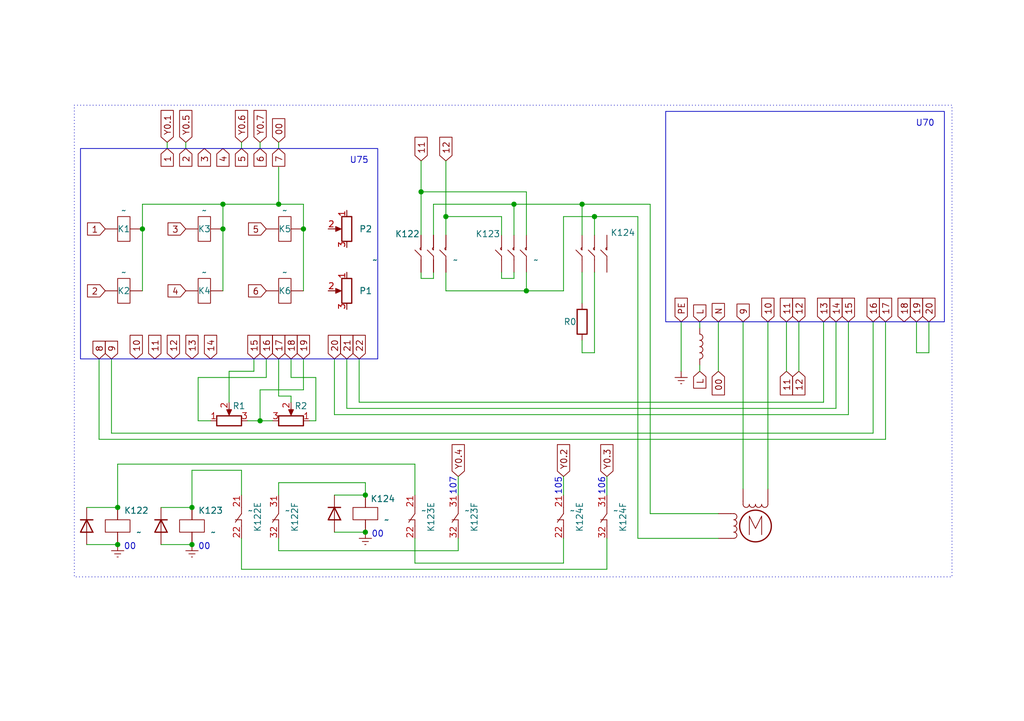
<source format=kicad_sch>
(kicad_sch (version 20231120) (generator "eeschema") (generator_version "8.0")
  (paper "A5")
  (title_block (title "Okoma") (date "08/2024") (rev "1.0"))
  (lib_symbols
    (symbol "001:K_Contact" (pin_names (offset 0))
      (property "Reference" "K" (at 0 0 0))
      (symbol "K_Contact_0_1"
        (polyline (pts (xy -2.54 -2.54) (xy -1.27 -2.54)))
        (polyline (pts (xy -1.27 -2.54) (xy 0.508 -1.27)))
        (polyline (pts (xy 1.27 -2.54) (xy 0 -2.54)))
      )
      (symbol "K_Contact_1_1"
        (pin bidirectional line (at -5.08 -2.54 0) (length 2.54) (name "") (number "1"))
        (pin bidirectional line (at 3.81 -2.54 180) (length 2.54) (name "") (number "2"))
      )
      (symbol "K_Contact_2_1"
        (pin bidirectional line (at -5.08 -2.54 0) (length 2.54) (name "") (number "3"))
        (pin bidirectional line (at 3.81 -2.54 180) (length 2.54) (name "") (number "4"))
      )
      (symbol "K_Contact_3_1"
        (pin bidirectional line (at -5.08 -2.54 0) (length 2.54) (name "") (number "5"))
        (pin bidirectional line (at 3.81 -2.54 180) (length 2.54) (name "") (number "6"))
      )
      (symbol "K_Contact_4_1"
        (pin bidirectional line (at -5.08 -2.54 0) (length 2.54) (name "") (number "13"))
        (pin bidirectional line (at 3.81 -2.54 180) (length 2.54) (name "") (number "14"))
      )
      (symbol "K_Contact_5_1"
        (polyline (pts (xy 0 -2.54) (xy 0 -1.27)))
        (pin bidirectional line (at -5.08 -2.54 0) (length 2.54) (name "") (number "21"))
        (pin bidirectional line (at 3.81 -2.54 180) (length 2.54) (name "") (number "22"))
      )
      (symbol "K_Contact_6_1"
        (polyline (pts (xy 0 -2.54) (xy 0 -1.27)))
        (pin bidirectional line (at -5.08 -2.54 0) (length 2.54) (name "") (number "31"))
        (pin bidirectional line (at 3.81 -2.54 180) (length 2.54) (name "") (number "32"))
      )
      (symbol "K_Contact_7_1"
        (pin bidirectional line (at -5.08 -2.54 0) (length 2.54) (name "") (number "43"))
        (pin bidirectional line (at 3.81 -2.54 180) (length 2.54) (name "") (number "44"))
      )
      (symbol "K_Contact_8_1"
        (pin bidirectional line (at -5.08 -2.54 0) (length 2.54) (name "") (number "23"))
        (pin bidirectional line (at 3.81 -2.54 180) (length 2.54) (name "") (number "24"))
      )
      (symbol "K_Contact_9_1"
        (pin bidirectional line (at -5.08 -2.54 0) (length 2.54) (name "") (number "33"))
        (pin bidirectional line (at 3.81 -2.54 180) (length 2.54) (name "") (number "34"))
      )
    )
    (symbol "001:K_Relay"
      (property "Reference" "K" (at 0 0 0))
      (symbol "K_Relay_0_1"
        (rectangle (start -2.54 1.27) (end 2.54 -1.27))
      )
      (symbol "K_Relay_1_1"
        (pin bidirectional line (at 0 -3.81 90) (length 2.54) (name "") (number ""))
        (pin bidirectional line (at 0 3.81 270) (length 2.54) (name "") (number ""))
      )
    )
    (symbol "Contactor_RST_1" (pin_numbers hide) (pin_names (offset 0) hide)
      (property "Reference" "KM" (at -7.62 0 0))
      (symbol "Contactor_RST_1_0_1"
        (arc (start -2.5389 1.2382) (mid -2.7622 1.016) (end -2.5389 0.7937))
        (polyline (pts (xy -2.54 -1.27) (xy -2.54 -0.508)))
        (polyline (pts (xy -2.54 -0.508) (xy -3.81 0.762)))
        (polyline (pts (xy -2.54 1.27) (xy -2.54 0.762)))
        (polyline (pts (xy 0 -1.27) (xy 0 -0.508)))
        (polyline (pts (xy 0 -0.508) (xy -1.27 0.762)))
        (polyline (pts (xy 0 1.27) (xy 0 0.762)))
        (polyline (pts (xy 2.54 -1.27) (xy 2.54 -0.508)))
        (polyline (pts (xy 2.54 -0.508) (xy 1.27 0.762)))
        (polyline (pts (xy 2.54 1.27) (xy 2.54 0.762)))
        (arc (start 0.0011 1.2382) (mid -0.2222 1.016) (end 0.0011 0.7937))
        (arc (start 2.5411 1.2382) (mid 2.3178 1.016) (end 2.5411 0.7937))
      )
      (symbol "Contactor_RST_1_1_1"
        (pin bidirectional line (at -2.54 3.81 270) (length 2.54) (name "") (number "1"))
        (pin bidirectional line (at 0 3.81 270) (length 2.54) (name "") (number "1"))
        (pin bidirectional line (at 2.54 3.81 270) (length 2.54) (name "") (number "1"))
        (pin bidirectional line (at -2.54 -3.81 90) (length 2.54) (name "") (number "2"))
        (pin bidirectional line (at 0 -3.81 90) (length 2.54) (name "") (number "2"))
        (pin bidirectional line (at 2.54 -3.81 90) (length 2.54) (name "") (number "2"))
      )
    )
    (symbol "Contactor_RST_2" (pin_numbers hide) (pin_names (offset 0) hide)
      (property "Reference" "KM" (at -7.62 0 0))
      (symbol "Contactor_RST_2_0_1"
        (arc (start -2.5389 1.2382) (mid -2.7622 1.016) (end -2.5389 0.7937))
        (polyline (pts (xy -2.54 -1.27) (xy -2.54 -0.508)))
        (polyline (pts (xy -2.54 -0.508) (xy -3.81 0.762)))
        (polyline (pts (xy -2.54 1.27) (xy -2.54 0.762)))
        (polyline (pts (xy 0 -1.27) (xy 0 -0.508)))
        (polyline (pts (xy 0 -0.508) (xy -1.27 0.762)))
        (polyline (pts (xy 0 1.27) (xy 0 0.762)))
        (polyline (pts (xy 2.54 -1.27) (xy 2.54 -0.508)))
        (polyline (pts (xy 2.54 -0.508) (xy 1.27 0.762)))
        (polyline (pts (xy 2.54 1.27) (xy 2.54 0.762)))
        (arc (start 0.0011 1.2382) (mid -0.2222 1.016) (end 0.0011 0.7937))
        (arc (start 2.5411 1.2382) (mid 2.3178 1.016) (end 2.5411 0.7937))
      )
      (symbol "Contactor_RST_2_1_1"
        (pin bidirectional line (at -2.54 3.81 270) (length 2.54) (name "") (number "1"))
        (pin bidirectional line (at 0 3.81 270) (length 2.54) (name "") (number "1"))
        (pin bidirectional line (at 2.54 3.81 270) (length 2.54) (name "") (number "1"))
        (pin bidirectional line (at -2.54 -3.81 90) (length 2.54) (name "") (number "2"))
        (pin bidirectional line (at 0 -3.81 90) (length 2.54) (name "") (number "2"))
        (pin bidirectional line (at 2.54 -3.81 90) (length 2.54) (name "") (number "2"))
      )
    )
    (symbol "Device:D" (pin_numbers hide) (pin_names (offset 1.016) hide)
      (property "Reference" "D" (at 0 2.54 0))
      (property "Value" "D" (at 0 -2.54 0))
      (symbol "D_0_1"
        (polyline (pts (xy -1.27 1.27) (xy -1.27 -1.27)) (stroke (width 0.254)))
        (polyline (pts (xy 1.27 0) (xy -1.27 0)))
        (polyline (pts (xy 1.27 1.27) (xy 1.27 -1.27) (xy -1.27 0) (xy 1.27 1.27)) (stroke (width 0.254)))
      )
      (symbol "D_1_1"
        (pin passive line (at -3.81 0 0) (length 2.54) (name "K") (number "1"))
        (pin passive line (at 3.81 0 180) (length 2.54) (name "A") (number "2"))
      )
    )
    (symbol "Device:L" (pin_numbers hide) (pin_names (offset 1.016) hide)
      (property "Reference" "L" (at -1.27 0 90))
      (property "Value" "L" (at 1.905 0 90))
      (symbol "L_0_1"
        (arc (start 0 -2.54) (mid 0.6323 -1.905) (end 0 -1.27))
        (arc (start 0 -1.27) (mid 0.6323 -0.635) (end 0 0))
        (arc (start 0 0) (mid 0.6323 0.635) (end 0 1.27))
        (arc (start 0 1.27) (mid 0.6323 1.905) (end 0 2.54))
      )
      (symbol "L_1_1"
        (pin passive line (at 0 3.81 270) (length 1.27) (name "1") (number "1"))
        (pin passive line (at 0 -3.81 90) (length 1.27) (name "2") (number "2"))
      )
    )
    (symbol "Device:R" (pin_numbers hide) (pin_names (offset 0))
      (property "Reference" "R" (at 2.032 0 90))
      (property "Value" "R" (at 0 0 90))
      (symbol "R_0_1"
        (rectangle (start -1.016 -2.54) (end 1.016 2.54) (stroke (width 0.254)))
      )
      (symbol "R_1_1"
        (pin passive line (at 0 3.81 270) (length 1.27) (name "~") (number "1"))
        (pin passive line (at 0 -3.81 90) (length 1.27) (name "~") (number "2"))
      )
    )
    (symbol "Device:R_Potentiometer" (pin_names (offset 1.016) hide)
      (property "Reference" "RV" (at -4.445 0 90))
      (property "Value" "R_Potentiometer" (at -2.54 0 90))
      (symbol "R_Potentiometer_0_1"
        (polyline (pts (xy 2.54 0) (xy 1.524 0)))
        (polyline (pts (xy 1.143 0) (xy 2.286 0.508) (xy 2.286 -0.508) (xy 1.143 0)) (fill (type outline)))
        (rectangle (start 1.016 2.54) (end -1.016 -2.54) (stroke (width 0.254)))
      )
      (symbol "R_Potentiometer_1_1"
        (pin passive line (at 0 3.81 270) (length 1.27) (name "1") (number "1"))
        (pin passive line (at 3.81 0 180) (length 1.27) (name "2") (number "2"))
        (pin passive line (at 0 -3.81 90) (length 1.27) (name "3") (number "3"))
      )
    )
    (symbol "K_Relay_1"
      (property "Reference" "K" (at 0 0 0))
      (symbol "K_Relay_1_0_1"
        (rectangle (start -2.54 1.27) (end 2.54 -1.27))
      )
      (symbol "K_Relay_1_1_1"
        (pin bidirectional line (at 0 -3.81 90) (length 2.54) (name "") (number ""))
        (pin bidirectional line (at 0 3.81 270) (length 2.54) (name "") (number ""))
      )
    )
    (symbol "Motor:Stepper_Motor_bipolar" (pin_numbers hide) (pin_names (offset 0) hide)
      (property "Reference" "M" (at 3.81 2.54 0))
      (property "Value" "Stepper_Motor_bipolar" (at 3.81 1.27 0))
      (symbol "Stepper_Motor_bipolar_0_0"
        (polyline (pts (xy -1.27 -1.778) (xy -1.27 2.032) (xy 0 -0.508) (xy 1.27 2.032) (xy 1.27 -1.778)))
      )
      (symbol "Stepper_Motor_bipolar_0_1"
        (arc (start -4.445 -2.54) (mid -3.8127 -1.905) (end -4.445 -1.27))
        (arc (start -4.445 -1.27) (mid -3.8127 -0.635) (end -4.445 0))
        (arc (start -4.445 0) (mid -3.8127 0.635) (end -4.445 1.27))
        (arc (start -4.445 1.27) (mid -3.8127 1.905) (end -4.445 2.54))
        (arc (start -2.54 4.445) (mid -1.905 3.8127) (end -1.27 4.445))
        (arc (start -1.27 4.445) (mid -0.635 3.8127) (end 0 4.445))
        (polyline (pts (xy -5.08 -2.54) (xy -4.445 -2.54)))
        (polyline (pts (xy -5.08 2.54) (xy -4.445 2.54)))
        (polyline (pts (xy -2.54 5.08) (xy -2.54 4.445)))
        (polyline (pts (xy 2.54 5.08) (xy 2.54 4.445)))
        (circle (center 0 0) (radius 3.2512) (stroke (width 0.254)))
        (arc (start 0 4.445) (mid 0.635 3.8127) (end 1.27 4.445))
        (arc (start 1.27 4.445) (mid 1.905 3.8127) (end 2.54 4.445))
      )
      (symbol "Stepper_Motor_bipolar_1_1"
        (pin passive line (at -2.54 7.62 270) (length 2.54) (name "~") (number "1"))
        (pin passive line (at 2.54 7.62 270) (length 2.54) (name "-") (number "2"))
        (pin passive line (at -7.62 2.54 0) (length 2.54) (name "~") (number "3"))
        (pin passive line (at -7.62 -2.54 0) (length 2.54) (name "~") (number "4"))
      )
    )
    (symbol "power:Earth" (power) (pin_numbers hide) (pin_names (offset 0) hide)
      (property "Value" "Earth" (at 0 -3.81 0))
      (symbol "Earth_0_1"
        (polyline (pts (xy -0.635 -1.905) (xy 0.635 -1.905)))
        (polyline (pts (xy -0.127 -2.54) (xy 0.127 -2.54)))
        (polyline (pts (xy 0 -1.27) (xy 0 0)))
        (polyline (pts (xy 1.27 -1.27) (xy -1.27 -1.27)))
      )
      (symbol "Earth_1_1"
        (pin power_in line (at 0 0 270) (length 0) (name "~") (number "1"))
      )
    )
  )
  (junction (at 121.92 44.45))
  (junction (at 105.41 41.91))
  (junction (at 107.95 59.69))
  (junction (at 39.37 111.76))
  (junction (at 86.36 39.37))
  (junction (at 74.93 101.6))
  (junction (at 91.44 44.45))
  (junction (at 24.13 104.14))
  (junction (at 39.37 104.14))
  (junction (at 53.34 86.36))
  (junction (at 29.21 46.99))
  (junction (at 24.13 111.76))
  (junction (at 45.72 41.91))
  (junction (at 57.15 41.91))
  (junction (at 45.72 46.99))
  (junction (at 74.93 109.22))
  (junction (at 119.38 41.91))
  (junction (at 62.23 46.99))
  (wire (pts (xy 73.66 73.66) (xy 73.66 82.55)))
  (wire (pts (xy 115.57 97.79) (xy 115.57 101.6)))
  (wire (pts (xy 105.41 48.26) (xy 105.41 41.91)))
  (wire (pts (xy 71.12 73.66) (xy 71.12 83.82)))
  (wire (pts (xy 105.41 41.91) (xy 119.38 41.91)))
  (wire (pts (xy 62.23 73.66) (xy 62.23 80.01)))
  (wire (pts (xy 57.15 81.28) (xy 59.69 81.28)))
  (wire (pts (xy 171.45 83.82) (xy 171.45 66.04)))
  (wire (pts (xy 57.15 34.29) (xy 57.15 41.91)))
  (wire (pts (xy 62.23 41.91) (xy 62.23 46.99)))
  (wire (pts (xy 57.15 99.06) (xy 74.93 99.06)))
  (wire (pts (xy 115.57 115.57) (xy 85.09 115.57)))
  (wire (pts (xy 68.58 109.22) (xy 74.93 109.22)))
  (wire (pts (xy 71.12 83.82) (xy 171.45 83.82)))
  (wire (pts (xy 115.57 110.49) (xy 115.57 115.57)))
  (wire (pts (xy 93.98 110.49) (xy 93.98 113.03)))
  (wire (pts (xy 107.95 55.88) (xy 107.95 59.69)))
  (wire (pts (xy 119.38 72.39) (xy 121.92 72.39)))
  (wire (pts (xy 187.96 72.39) (xy 190.5 72.39)))
  (wire (pts (xy 143.51 74.93) (xy 143.51 76.2)))
  (wire (pts (xy 86.36 55.88) (xy 86.36 57.15)))
  (wire (pts (xy 190.5 66.04) (xy 190.5 72.39)))
  (wire (pts (xy 29.21 41.91) (xy 29.21 46.99)))
  (wire (pts (xy 179.07 88.9) (xy 179.07 66.04)))
  (wire (pts (xy 91.44 59.69) (xy 107.95 59.69)))
  (wire (pts (xy 147.32 66.04) (xy 147.32 76.2)))
  (wire (pts (xy 86.36 33.02) (xy 86.36 39.37)))
  (wire (pts (xy 157.48 66.04) (xy 157.48 100.33)))
  (wire (pts (xy 52.07 73.66) (xy 52.07 76.2)))
  (wire (pts (xy 24.13 95.25) (xy 24.13 104.14)))
  (wire (pts (xy 119.38 41.91) (xy 119.38 48.26)))
  (wire (pts (xy 143.51 66.04) (xy 143.51 67.31)))
  (wire (pts (xy 57.15 101.6) (xy 57.15 99.06)))
  (wire (pts (xy 91.44 55.88) (xy 91.44 59.69)))
  (wire (pts (xy 73.66 82.55) (xy 168.91 82.55)))
  (wire (pts (xy 133.35 41.91) (xy 119.38 41.91)))
  (wire (pts (xy 93.98 113.03) (xy 57.15 113.03)))
  (wire (pts (xy 119.38 69.85) (xy 119.38 72.39)))
  (wire (pts (xy 57.15 41.91) (xy 62.23 41.91)))
  (wire (pts (xy 53.34 86.36) (xy 55.88 86.36)))
  (wire (pts (xy 53.34 29.21) (xy 53.34 30.48)))
  (wire (pts (xy 49.53 101.6) (xy 49.53 96.52)))
  (wire (pts (xy 62.23 46.99) (xy 62.23 59.69)))
  (wire (pts (xy 68.58 101.6) (xy 74.93 101.6)))
  (wire (pts (xy 46.99 76.2) (xy 46.99 82.55)))
  (wire (pts (xy 139.7 66.04) (xy 139.7 76.2)))
  (wire (pts (xy 40.64 86.36) (xy 43.18 86.36)))
  (wire (pts (xy 130.81 110.49) (xy 147.32 110.49)))
  (wire (pts (xy 29.21 41.91) (xy 45.72 41.91)))
  (wire (pts (xy 121.92 48.26) (xy 121.92 44.45)))
  (wire (pts (xy 130.81 44.45) (xy 130.81 110.49)))
  (wire (pts (xy 173.99 85.09) (xy 173.99 66.04)))
  (wire (pts (xy 57.15 110.49) (xy 57.15 113.03)))
  (wire (pts (xy 49.53 96.52) (xy 39.37 96.52)))
  (wire (pts (xy 85.09 110.49) (xy 85.09 115.57)))
  (wire (pts (xy 121.92 44.45) (xy 130.81 44.45)))
  (wire (pts (xy 115.57 59.69) (xy 115.57 44.45)))
  (wire (pts (xy 107.95 59.69) (xy 115.57 59.69)))
  (wire (pts (xy 74.93 99.06) (xy 74.93 101.6)))
  (wire (pts (xy 29.21 46.99) (xy 29.21 59.69)))
  (wire (pts (xy 57.15 29.21) (xy 57.15 30.48)))
  (wire (pts (xy 91.44 48.26) (xy 91.44 44.45)))
  (wire (pts (xy 115.57 44.45) (xy 121.92 44.45)))
  (wire (pts (xy 59.69 73.66) (xy 59.69 77.47)))
  (wire (pts (xy 88.9 48.26) (xy 88.9 41.91)))
  (wire (pts (xy 20.32 90.17) (xy 20.32 73.66)))
  (wire (pts (xy 152.4 66.04) (xy 152.4 100.33)))
  (wire (pts (xy 50.8 86.36) (xy 53.34 86.36)))
  (wire (pts (xy 33.02 104.14) (xy 39.37 104.14)))
  (wire (pts (xy 85.09 95.25) (xy 24.13 95.25)))
  (wire (pts (xy 17.78 111.76) (xy 24.13 111.76)))
  (wire (pts (xy 34.29 29.21) (xy 34.29 30.48)))
  (wire (pts (xy 17.78 104.14) (xy 24.13 104.14)))
  (wire (pts (xy 181.61 90.17) (xy 20.32 90.17)))
  (wire (pts (xy 49.53 29.21) (xy 49.53 30.48)))
  (wire (pts (xy 52.07 76.2) (xy 46.99 76.2)))
  (wire (pts (xy 119.38 55.88) (xy 119.38 62.23)))
  (wire (pts (xy 45.72 41.91) (xy 57.15 41.91)))
  (wire (pts (xy 86.36 57.15) (xy 88.9 57.15)))
  (wire (pts (xy 133.35 41.91) (xy 133.35 105.41)))
  (wire (pts (xy 105.41 41.91) (xy 88.9 41.91)))
  (wire (pts (xy 63.5 86.36) (xy 64.77 86.36)))
  (wire (pts (xy 124.46 110.49) (xy 124.46 116.84)))
  (wire (pts (xy 68.58 85.09) (xy 173.99 85.09)))
  (wire (pts (xy 40.64 77.47) (xy 40.64 86.36)))
  (wire (pts (xy 133.35 105.41) (xy 147.32 105.41)))
  (wire (pts (xy 187.96 66.04) (xy 187.96 72.39)))
  (wire (pts (xy 22.86 73.66) (xy 22.86 88.9)))
  (wire (pts (xy 49.53 116.84) (xy 49.53 110.49)))
  (wire (pts (xy 54.61 77.47) (xy 40.64 77.47)))
  (wire (pts (xy 91.44 33.02) (xy 91.44 44.45)))
  (wire (pts (xy 38.1 29.21) (xy 38.1 30.48)))
  (wire (pts (xy 102.87 44.45) (xy 102.87 48.26)))
  (wire (pts (xy 86.36 39.37) (xy 107.95 39.37)))
  (wire (pts (xy 53.34 80.01) (xy 53.34 86.36)))
  (wire (pts (xy 22.86 88.9) (xy 179.07 88.9)))
  (wire (pts (xy 163.83 66.04) (xy 163.83 76.2)))
  (wire (pts (xy 168.91 82.55) (xy 168.91 66.04)))
  (wire (pts (xy 102.87 57.15) (xy 105.41 57.15)))
  (wire (pts (xy 161.29 66.04) (xy 161.29 76.2)))
  (wire (pts (xy 88.9 55.88) (xy 88.9 57.15)))
  (wire (pts (xy 39.37 96.52) (xy 39.37 104.14)))
  (wire (pts (xy 121.92 72.39) (xy 121.92 55.88)))
  (wire (pts (xy 59.69 81.28) (xy 59.69 82.55)))
  (wire (pts (xy 181.61 66.04) (xy 181.61 90.17)))
  (wire (pts (xy 91.44 44.45) (xy 102.87 44.45)))
  (wire (pts (xy 105.41 55.88) (xy 105.41 57.15)))
  (wire (pts (xy 64.77 77.47) (xy 64.77 86.36)))
  (wire (pts (xy 86.36 39.37) (xy 86.36 48.26)))
  (wire (pts (xy 85.09 101.6) (xy 85.09 95.25)))
  (wire (pts (xy 107.95 39.37) (xy 107.95 48.26)))
  (wire (pts (xy 62.23 80.01) (xy 53.34 80.01)))
  (wire (pts (xy 102.87 55.88) (xy 102.87 57.15)))
  (wire (pts (xy 124.46 116.84) (xy 49.53 116.84)))
  (wire (pts (xy 93.98 97.79) (xy 93.98 101.6)))
  (wire (pts (xy 45.72 46.99) (xy 45.72 59.69)))
  (wire (pts (xy 57.15 73.66) (xy 57.15 81.28)))
  (wire (pts (xy 45.72 41.91) (xy 45.72 46.99)))
  (wire (pts (xy 68.58 73.66) (xy 68.58 85.09)))
  (wire (pts (xy 54.61 73.66) (xy 54.61 77.47)))
  (wire (pts (xy 33.02 111.76) (xy 39.37 111.76)))
  (wire (pts (xy 124.46 97.79) (xy 124.46 101.6)))
  (wire (pts (xy 59.69 77.47) (xy 64.77 77.47)))
  (rectangle (start 16.51 30.48) (end 77.47 73.66))
  (rectangle (start 136.525 22.86) (end 193.675 66.04))
  (rectangle (start 15.24 21.59) (end 195.24 118.39) (stroke (width 0) (type dot)))
  (text "106" (at 123.444 99.822 90) (effects (font (size 1.27 1.27))))
  (text "105" (at 114.554 99.822 90) (effects (font (size 1.27 1.27))))
  (text "00" (at 41.91 112.268 0) (effects (font (size 1.27 1.27))))
  (text "00" (at 77.47 109.728 0) (effects (font (size 1.27 1.27))))
  (text "00" (at 26.67 112.268 0) (effects (font (size 1.27 1.27))))
  (text "U70" (at 189.738 25.4 0) (effects (font (size 1.27 1.27))))
  (text "U75" (at 73.66 33.02 0) (effects (font (size 1.27 1.27))))
  (text "107" (at 92.964 99.822 90) (effects (font (size 1.27 1.27))))
  (global_label "12" (shape input) (at 91.44 33.02 90) (property "Intersheetrefs" "${INTERSHEET_REFS}" (effects (hide yes))))
  (global_label "5" (shape input) (at 54.61 46.99 180) (property "Intersheetrefs" "${INTERSHEET_REFS}" (effects (hide yes))))
  (global_label "Y0.5" (shape input) (at 38.1 29.21 90) (property "Intersheetrefs" "${INTERSHEET_REFS}" (effects (hide yes))))
  (global_label "L" (shape input) (at 143.51 66.04 90) (property "Intersheetrefs" "${INTERSHEET_REFS}" (effects (hide yes))))
  (global_label "N" (shape input) (at 147.32 66.04 90) (property "Intersheetrefs" "${INTERSHEET_REFS}" (effects (hide yes))))
  (global_label "20" (shape input) (at 190.5 66.04 90) (property "Intersheetrefs" "${INTERSHEET_REFS}" (effects (hide yes))))
  (global_label "Y0.4" (shape input) (at 93.98 97.79 90) (property "Intersheetrefs" "${INTERSHEET_REFS}" (effects (hide yes))))
  (global_label "18" (shape input) (at 59.69 73.66 90) (property "Intersheetrefs" "${INTERSHEET_REFS}" (effects (hide yes))))
  (global_label "4" (shape input) (at 45.72 30.48 270) (property "Intersheetrefs" "${INTERSHEET_REFS}" (effects (hide yes))))
  (global_label "22" (shape input) (at 73.66 73.66 90) (property "Intersheetrefs" "${INTERSHEET_REFS}" (effects (hide yes))))
  (global_label "00" (shape input) (at 147.32 76.2 270) (property "Intersheetrefs" "${INTERSHEET_REFS}" (effects (hide yes))))
  (global_label "3" (shape input) (at 41.91 30.48 270) (property "Intersheetrefs" "${INTERSHEET_REFS}" (effects (hide yes))))
  (global_label "11" (shape input) (at 161.29 66.04 90) (property "Intersheetrefs" "${INTERSHEET_REFS}" (effects (hide yes))))
  (global_label "16" (shape input) (at 54.61 73.66 90) (property "Intersheetrefs" "${INTERSHEET_REFS}" (effects (hide yes))))
  (global_label "6" (shape input) (at 54.61 59.69 180) (property "Intersheetrefs" "${INTERSHEET_REFS}" (effects (hide yes))))
  (global_label "5" (shape input) (at 49.53 30.48 270) (property "Intersheetrefs" "${INTERSHEET_REFS}" (effects (hide yes))))
  (global_label "20" (shape input) (at 68.58 73.66 90) (property "Intersheetrefs" "${INTERSHEET_REFS}" (effects (hide yes))))
  (global_label "14" (shape input) (at 171.45 66.04 90) (property "Intersheetrefs" "${INTERSHEET_REFS}" (effects (hide yes))))
  (global_label "Y0.2" (shape input) (at 115.57 97.79 90) (property "Intersheetrefs" "${INTERSHEET_REFS}" (effects (hide yes))))
  (global_label "4" (shape input) (at 38.1 59.69 180) (property "Intersheetrefs" "${INTERSHEET_REFS}" (effects (hide yes))))
  (global_label "9" (shape input) (at 22.86 73.66 90) (property "Intersheetrefs" "${INTERSHEET_REFS}" (effects (hide yes))))
  (global_label "Y0.3" (shape input) (at 124.46 97.79 90) (property "Intersheetrefs" "${INTERSHEET_REFS}" (effects (hide yes))))
  (global_label "8" (shape input) (at 20.32 73.66 90) (property "Intersheetrefs" "${INTERSHEET_REFS}" (effects (hide yes))))
  (global_label "7" (shape input) (at 57.15 30.48 270) (property "Intersheetrefs" "${INTERSHEET_REFS}" (effects (hide yes))))
  (global_label "16" (shape input) (at 179.07 66.04 90) (property "Intersheetrefs" "${INTERSHEET_REFS}" (effects (hide yes))))
  (global_label "2" (shape input) (at 38.1 30.48 270) (property "Intersheetrefs" "${INTERSHEET_REFS}" (effects (hide yes))))
  (global_label "12" (shape input) (at 35.56 73.66 90) (property "Intersheetrefs" "${INTERSHEET_REFS}" (effects (hide yes))))
  (global_label "18" (shape input) (at 185.42 66.04 90) (property "Intersheetrefs" "${INTERSHEET_REFS}" (effects (hide yes))))
  (global_label "12" (shape input) (at 163.83 66.04 90) (property "Intersheetrefs" "${INTERSHEET_REFS}" (effects (hide yes))))
  (global_label "10" (shape input) (at 157.48 66.04 90) (property "Intersheetrefs" "${INTERSHEET_REFS}" (effects (hide yes))))
  (global_label "15" (shape input) (at 173.99 66.04 90) (property "Intersheetrefs" "${INTERSHEET_REFS}" (effects (hide yes))))
  (global_label "6" (shape input) (at 53.34 30.48 270) (property "Intersheetrefs" "${INTERSHEET_REFS}" (effects (hide yes))))
  (global_label "1" (shape input) (at 21.59 46.99 180) (property "Intersheetrefs" "${INTERSHEET_REFS}" (effects (hide yes))))
  (global_label "11" (shape input) (at 86.36 33.02 90) (property "Intersheetrefs" "${INTERSHEET_REFS}" (effects (hide yes))))
  (global_label "14" (shape input) (at 43.18 73.66 90) (property "Intersheetrefs" "${INTERSHEET_REFS}" (effects (hide yes))))
  (global_label "11" (shape input) (at 161.29 76.2 270) (property "Intersheetrefs" "${INTERSHEET_REFS}" (effects (hide yes))))
  (global_label "11" (shape input) (at 31.75 73.66 90) (property "Intersheetrefs" "${INTERSHEET_REFS}" (effects (hide yes))))
  (global_label "00" (shape input) (at 57.15 29.21 90) (property "Intersheetrefs" "${INTERSHEET_REFS}" (effects (hide yes))))
  (global_label "L" (shape input) (at 143.51 76.2 270) (property "Intersheetrefs" "${INTERSHEET_REFS}" (effects (hide yes))))
  (global_label "1" (shape input) (at 34.29 30.48 270) (property "Intersheetrefs" "${INTERSHEET_REFS}" (effects (hide yes))))
  (global_label "19" (shape input) (at 187.96 66.04 90) (property "Intersheetrefs" "${INTERSHEET_REFS}" (effects (hide yes))))
  (global_label "12" (shape input) (at 163.83 76.2 270) (property "Intersheetrefs" "${INTERSHEET_REFS}" (effects (hide yes))))
  (global_label "17" (shape input) (at 57.15 73.66 90) (property "Intersheetrefs" "${INTERSHEET_REFS}" (effects (hide yes))))
  (global_label "21" (shape input) (at 71.12 73.66 90) (property "Intersheetrefs" "${INTERSHEET_REFS}" (effects (hide yes))))
  (global_label "2" (shape input) (at 21.59 59.69 180) (property "Intersheetrefs" "${INTERSHEET_REFS}" (effects (hide yes))))
  (global_label "3" (shape input) (at 38.1 46.99 180) (property "Intersheetrefs" "${INTERSHEET_REFS}" (effects (hide yes))))
  (global_label "13" (shape input) (at 39.37 73.66 90) (property "Intersheetrefs" "${INTERSHEET_REFS}" (effects (hide yes))))
  (global_label "PE" (shape input) (at 139.7 66.04 90) (property "Intersheetrefs" "${INTERSHEET_REFS}" (effects (hide yes))))
  (global_label "15" (shape input) (at 52.07 73.66 90) (property "Intersheetrefs" "${INTERSHEET_REFS}" (effects (hide yes))))
  (global_label "Y0.6" (shape input) (at 49.53 29.21 90) (property "Intersheetrefs" "${INTERSHEET_REFS}" (effects (hide yes))))
  (global_label "13" (shape input) (at 168.91 66.04 90) (property "Intersheetrefs" "${INTERSHEET_REFS}" (effects (hide yes))))
  (global_label "Y0.1" (shape input) (at 34.29 29.21 90) (property "Intersheetrefs" "${INTERSHEET_REFS}" (effects (hide yes))))
  (global_label "19" (shape input) (at 62.23 73.66 90) (property "Intersheetrefs" "${INTERSHEET_REFS}" (effects (hide yes))))
  (global_label "10" (shape input) (at 27.94 73.66 90) (property "Intersheetrefs" "${INTERSHEET_REFS}" (effects (hide yes))))
  (global_label "Y0.7" (shape input) (at 53.34 29.21 90) (property "Intersheetrefs" "${INTERSHEET_REFS}" (effects (hide yes))))
  (global_label "17" (shape input) (at 181.61 66.04 90) (property "Intersheetrefs" "${INTERSHEET_REFS}" (effects (hide yes))))
  (global_label "9" (shape input) (at 152.4 66.04 90) (property "Intersheetrefs" "${INTERSHEET_REFS}" (effects (hide yes))))
  (symbol (lib_id "001:K_Contact") (at 46.99 106.68 90) (mirror x) (unit 5)
    (property "Reference" "K122" (at 52.832 109.22 0) (effects (justify right)))
    (property "Value" "~" (at 50.8 104.775 90) (effects (justify right)))
  )
  (symbol (lib_id "Device:L") (at 143.51 71.12 0) (unit 1)
    (property "Reference" "L?" (effects (hide yes)))
    (property "Value" "L" (effects (hide yes)))
    (property "Description" "Inductor" (effects (hide yes)))
  )
  (symbol (lib_name "Contactor_RST_1") (lib_id "001:Contactor_RST") (at 121.92 52.07 0) (unit 1)
    (property "Reference" "K124" (at 130.302 47.752 0) (effects (justify right)))
    (property "Value" "~" (at 110.49 53.34 0) (effects (justify right)))
  )
  (symbol (lib_id "001:K_Relay") (at 58.42 59.69 90) (unit 1)
    (property "Reference" "K6" (at 58.42 59.69 90))
    (property "Value" "~" (at 58.42 55.88 90))
  )
  (symbol (lib_name "K_Relay_1") (lib_id "001:K_Relay") (at 24.13 107.95 0) (unit 1)
    (property "Reference" "K122" (at 25.4 104.7749 0) (effects (justify left)))
    (property "Value" "~" (at 27.94 109.22 0) (effects (justify left)))
  )
  (symbol (lib_name "K_Relay_1") (lib_id "001:K_Relay") (at 39.37 107.95 0) (unit 1)
    (property "Reference" "K123" (at 40.64 104.7749 0) (effects (justify left)))
    (property "Value" "~" (at 43.18 109.22 0) (effects (justify left)))
  )
  (symbol (lib_id "001:K_Contact") (at 82.55 106.68 90) (mirror x) (unit 5)
    (property "Reference" "K123" (at 88.392 109.22 0) (effects (justify right)))
    (property "Value" "~" (at 86.36 104.775 90) (effects (justify right)))
  )
  (symbol (lib_id "power:Earth") (at 139.7 76.2 0) (unit 1)
    (property "Reference" "#PWR025" (effects (hide yes)))
    (property "Value" "Earth" (effects (hide yes)))
    (property "Description" "Power symbol creates a global label with name \"Earth\"" (effects (hide yes)))
  )
  (symbol (lib_id "Device:D") (at 17.78 107.95 270) (unit 1)
    (property "Reference" "D?" (effects (hide yes)))
    (property "Value" "D" (effects (hide yes)))
    (property "Description" "Diode" (effects (hide yes)))
    (property "Sim.Device" "D" (effects (hide yes)))
    (property "Sim.Pins" "1=K 2=A" (effects (hide yes)))
  )
  (symbol (lib_id "Device:R_Potentiometer") (at 71.12 59.69 0) (mirror y) (unit 1)
    (property "Reference" "P1" (at 73.66 59.6899 0) (effects (justify right)))
    (property "Value" "R_Potentiometer" (effects (hide yes)))
    (property "Description" "Potentiometer" (effects (hide yes)))
  )
  (symbol (lib_id "001:K_Relay") (at 25.4 59.69 90) (unit 1)
    (property "Reference" "K2" (at 25.4 59.69 90))
    (property "Value" "~" (at 25.4 55.88 90))
  )
  (symbol (lib_name "Contactor_RST_1") (lib_id "001:Contactor_RST") (at 88.9 52.07 0) (unit 1)
    (property "Reference" "K122" (at 86.106 48.006 0) (effects (justify right)))
    (property "Value" "~" (at 77.47 53.34 0) (effects (justify right)))
  )
  (symbol (lib_id "001:K_Relay") (at 41.91 59.69 90) (unit 1)
    (property "Reference" "K4" (at 41.91 59.69 90))
    (property "Value" "~" (at 41.91 55.88 90))
  )
  (symbol (lib_id "power:Earth") (at 74.93 109.22 0) (unit 1)
    (property "Reference" "#PWR024" (effects (hide yes)))
    (property "Value" "Earth" (effects (hide yes)))
    (property "Description" "Power symbol creates a global label with name \"Earth\"" (effects (hide yes)))
  )
  (symbol (lib_name "K_Relay_1") (lib_id "001:K_Relay") (at 74.93 105.41 0) (unit 1)
    (property "Reference" "K124" (at 75.946 102.362 0) (effects (justify left)))
    (property "Value" "~" (at 78.74 106.68 0) (effects (justify left)))
  )
  (symbol (lib_id "power:Earth") (at 24.13 111.76 0) (unit 1)
    (property "Reference" "#PWR04" (effects (hide yes)))
    (property "Value" "Earth" (effects (hide yes)))
    (property "Description" "Power symbol creates a global label with name \"Earth\"" (effects (hide yes)))
  )
  (symbol (lib_id "001:K_Relay") (at 58.42 46.99 90) (unit 1)
    (property "Reference" "K5" (at 58.42 46.99 90))
    (property "Value" "~" (at 58.42 43.18 90))
  )
  (symbol (lib_id "001:K_Relay") (at 25.4 46.99 90) (unit 1)
    (property "Reference" "K1" (at 25.4 46.99 90))
    (property "Value" "~" (at 25.4 43.18 90))
  )
  (symbol (lib_id "001:K_Contact") (at 91.44 106.68 90) (mirror x) (unit 6)
    (property "Reference" "K123" (at 97.282 109.22 0) (effects (justify right)))
    (property "Value" "~" (at 95.25 104.775 90) (effects (justify right)))
  )
  (symbol (lib_id "Device:D") (at 33.02 107.95 270) (unit 1)
    (property "Reference" "D?" (effects (hide yes)))
    (property "Value" "D" (effects (hide yes)))
    (property "Description" "Diode" (effects (hide yes)))
    (property "Sim.Device" "D" (effects (hide yes)))
    (property "Sim.Pins" "1=K 2=A" (effects (hide yes)))
  )
  (symbol (lib_id "Device:R_Potentiometer") (at 46.99 86.36 90) (unit 1)
    (property "Reference" "R1" (at 49.022 83.312 90))
    (property "Value" "R_Potentiometer" (effects (hide yes)))
    (property "Description" "Potentiometer" (effects (hide yes)))
  )
  (symbol (lib_id "001:K_Contact") (at 121.92 106.68 90) (mirror x) (unit 6)
    (property "Reference" "K124" (at 127.762 109.22 0) (effects (justify right)))
    (property "Value" "~" (at 125.73 104.775 90) (effects (justify right)))
  )
  (symbol (lib_name "Contactor_RST_2") (lib_id "001:Contactor_RST") (at 105.41 52.07 0) (unit 1)
    (property "Reference" "K123" (at 102.616 48.006 0) (effects (justify right)))
    (property "Value" "~" (at 93.98 53.34 0) (effects (justify right)))
  )
  (symbol (lib_id "Device:R_Potentiometer") (at 71.12 46.99 0) (mirror y) (unit 1)
    (property "Reference" "P2" (at 73.66 46.9899 0) (effects (justify right)))
    (property "Value" "R_Potentiometer" (effects (hide yes)))
    (property "Description" "Potentiometer" (effects (hide yes)))
  )
  (symbol (lib_id "Device:R_Potentiometer") (at 59.69 86.36 270) (mirror x) (unit 1)
    (property "Reference" "R2" (at 61.722 83.312 90))
    (property "Value" "R_Potentiometer" (effects (hide yes)))
    (property "Description" "Potentiometer" (effects (hide yes)))
  )
  (symbol (lib_id "001:K_Relay") (at 41.91 46.99 90) (unit 1)
    (property "Reference" "K3" (at 41.91 46.99 90))
    (property "Value" "~" (at 41.91 43.18 90))
  )
  (symbol (lib_id "Device:D") (at 68.58 105.41 270) (unit 1)
    (property "Reference" "D?" (effects (hide yes)))
    (property "Value" "D" (effects (hide yes)))
    (property "Description" "Diode" (effects (hide yes)))
    (property "Sim.Device" "D" (effects (hide yes)))
    (property "Sim.Pins" "1=K 2=A" (effects (hide yes)))
  )
  (symbol (lib_id "001:K_Contact") (at 113.03 106.68 90) (mirror x) (unit 5)
    (property "Reference" "K124" (at 118.872 109.22 0) (effects (justify right)))
    (property "Value" "~" (at 116.84 104.775 90) (effects (justify right)))
  )
  (symbol (lib_id "power:Earth") (at 39.37 111.76 0) (unit 1)
    (property "Reference" "#PWR023" (effects (hide yes)))
    (property "Value" "Earth" (effects (hide yes)))
    (property "Description" "Power symbol creates a global label with name \"Earth\"" (effects (hide yes)))
  )
  (symbol (lib_id "001:K_Contact") (at 54.61 106.68 90) (mirror x) (unit 6)
    (property "Reference" "K122" (at 60.452 109.22 0) (effects (justify right)))
    (property "Value" "~" (at 58.42 104.775 90) (effects (justify right)))
  )
  (symbol (lib_id "Motor:Stepper_Motor_bipolar") (at 154.94 107.95 0) (unit 1)
    (property "Reference" "M?" (effects (hide yes)))
    (property "Value" "Stepper_Motor_bipolar" (effects (hide yes)))
    (property "Datasheet" "http://www.infineon.com/dgdl/Application-Note-TLE8110EE_driving_UniPolarStepperMotor_V1.1.pdf?fileId=db3a30431be39b97011be5d0aa0a00b0" (effects (hide yes)))
    (property "Description" "4-wire bipolar stepper motor" (effects (hide yes)))
  )
  (symbol (lib_id "Device:R") (at 119.38 66.04 0) (unit 1)
    (property "Reference" "R0" (at 115.57 66.04 0) (effects (justify left)))
    (property "Value" "R" (effects (hide yes)))
    (property "Description" "Resistor" (effects (hide yes)))
  )
)
</source>
